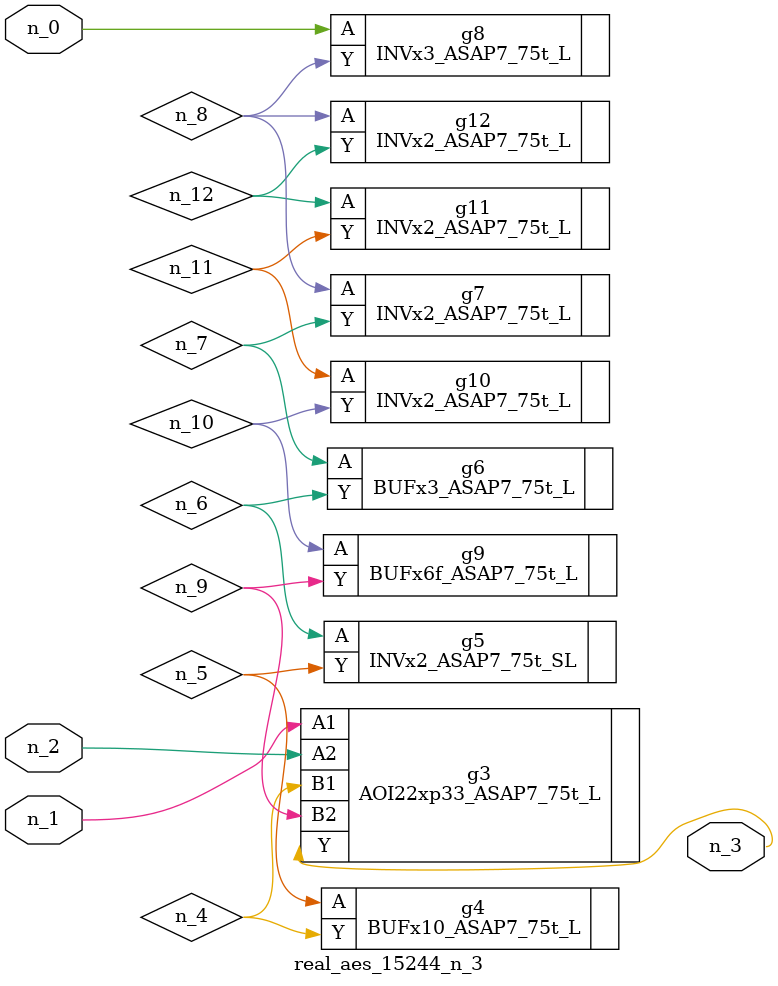
<source format=v>
module real_aes_15244_n_3 (n_0, n_2, n_1, n_3);
input n_0;
input n_2;
input n_1;
output n_3;
wire n_4;
wire n_5;
wire n_7;
wire n_9;
wire n_6;
wire n_8;
wire n_12;
wire n_10;
wire n_11;
INVx3_ASAP7_75t_L g8 ( .A(n_0), .Y(n_8) );
AOI22xp33_ASAP7_75t_L g3 ( .A1(n_1), .A2(n_2), .B1(n_4), .B2(n_9), .Y(n_3) );
BUFx10_ASAP7_75t_L g4 ( .A(n_5), .Y(n_4) );
INVx2_ASAP7_75t_SL g5 ( .A(n_6), .Y(n_5) );
BUFx3_ASAP7_75t_L g6 ( .A(n_7), .Y(n_6) );
INVx2_ASAP7_75t_L g7 ( .A(n_8), .Y(n_7) );
INVx2_ASAP7_75t_L g12 ( .A(n_8), .Y(n_12) );
BUFx6f_ASAP7_75t_L g9 ( .A(n_10), .Y(n_9) );
INVx2_ASAP7_75t_L g10 ( .A(n_11), .Y(n_10) );
INVx2_ASAP7_75t_L g11 ( .A(n_12), .Y(n_11) );
endmodule
</source>
